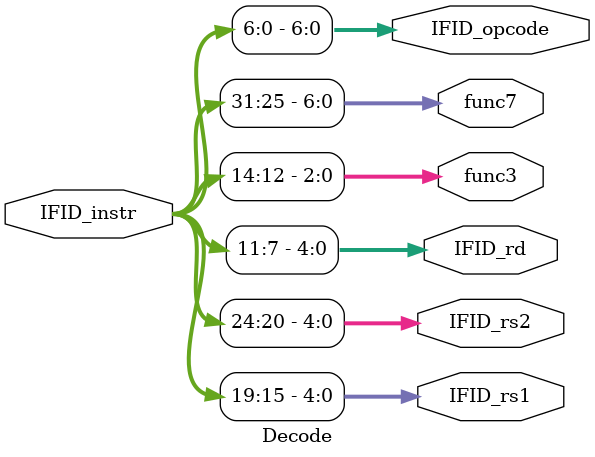
<source format=v>
`timescale 1ns / 1ps

/* 31: 25;24: 20;19: 15;14: 12;11: 7;6: 0 */
module Decode(
    input [31: 0] IFID_instr,
    output [4: 0] IFID_rs1,
    output [4: 0] IFID_rs2,
    output [4: 0] IFID_rd,
    output [2: 0] func3,
    output [6: 0] func7,
    output [6: 0] IFID_opcode
    );
    assign IFID_rs1 = IFID_instr[19: 15];
    assign IFID_rs2 = IFID_instr[24: 20];
    assign IFID_rd  = IFID_instr[11: 7];
    assign func3    = IFID_instr[14: 12];
    assign func7    = IFID_instr[31: 25];
    assign IFID_opcode   = IFID_instr[6: 0];
endmodule

</source>
